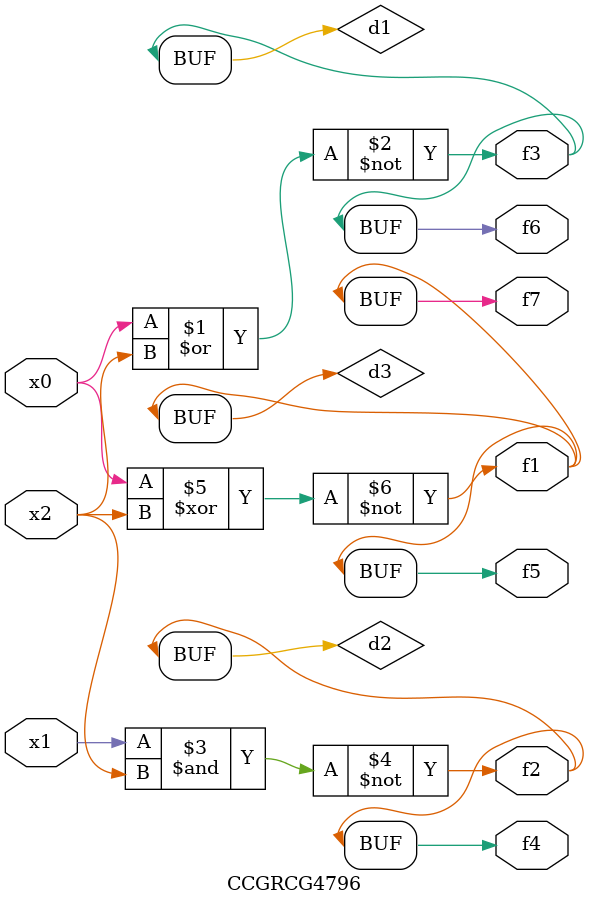
<source format=v>
module CCGRCG4796(
	input x0, x1, x2,
	output f1, f2, f3, f4, f5, f6, f7
);

	wire d1, d2, d3;

	nor (d1, x0, x2);
	nand (d2, x1, x2);
	xnor (d3, x0, x2);
	assign f1 = d3;
	assign f2 = d2;
	assign f3 = d1;
	assign f4 = d2;
	assign f5 = d3;
	assign f6 = d1;
	assign f7 = d3;
endmodule

</source>
